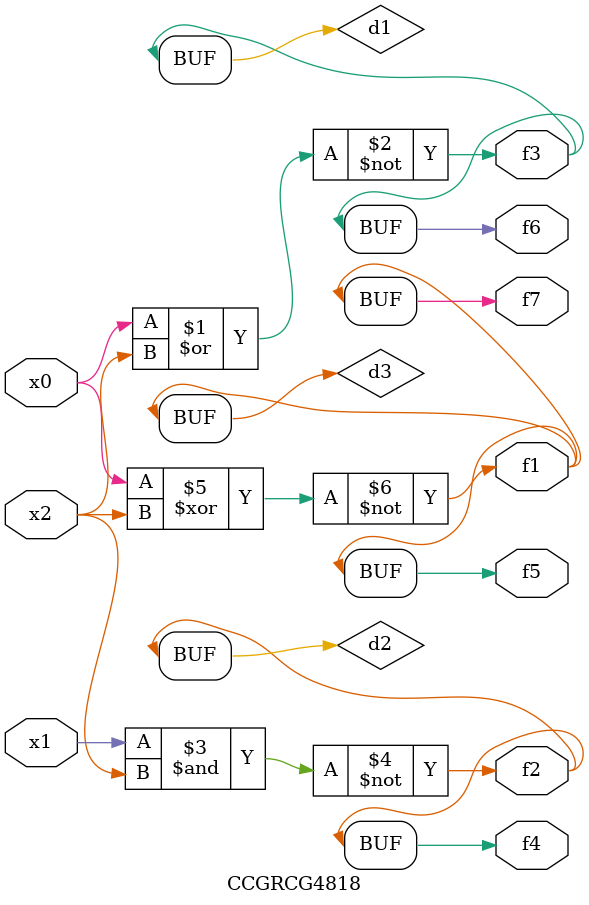
<source format=v>
module CCGRCG4818(
	input x0, x1, x2,
	output f1, f2, f3, f4, f5, f6, f7
);

	wire d1, d2, d3;

	nor (d1, x0, x2);
	nand (d2, x1, x2);
	xnor (d3, x0, x2);
	assign f1 = d3;
	assign f2 = d2;
	assign f3 = d1;
	assign f4 = d2;
	assign f5 = d3;
	assign f6 = d1;
	assign f7 = d3;
endmodule

</source>
